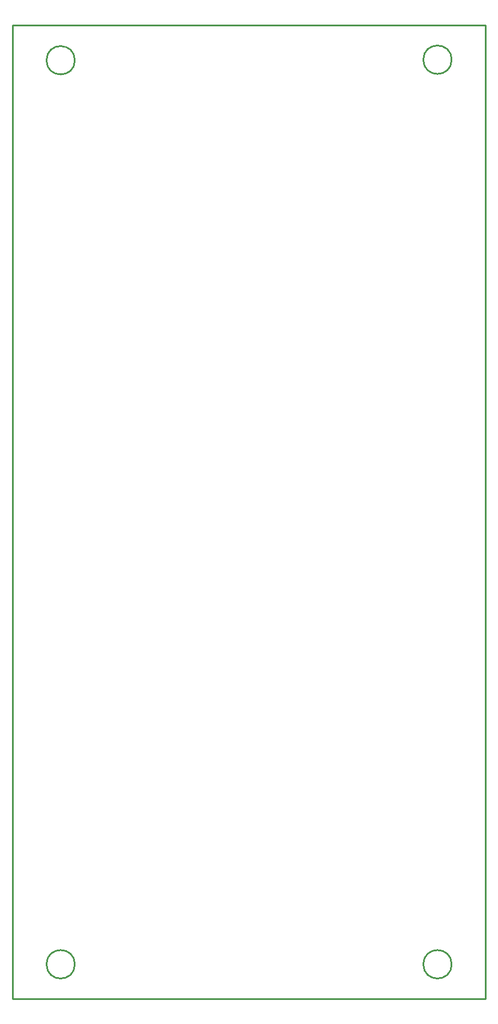
<source format=gko>
G04*
G04 #@! TF.GenerationSoftware,Altium Limited,Altium Designer,18.1.11 (251)*
G04*
G04 Layer_Color=16711935*
%FSTAX24Y24*%
%MOIN*%
G70*
G01*
G75*
%ADD20C,0.0100*%
D20*
X094622Y120654D02*
G03*
X094622Y120654I-000827J0D01*
G01*
X116591Y120685D02*
G03*
X116591Y120685I-000827J0D01*
G01*
Y068008D02*
G03*
X116591Y068008I-000827J0D01*
G01*
X094622D02*
G03*
X094622Y068008I-000827J0D01*
G01*
X118559Y066D02*
Y122693D01*
X091D02*
X118559D01*
X091Y066D02*
X118559D01*
X091D02*
Y122693D01*
M02*

</source>
